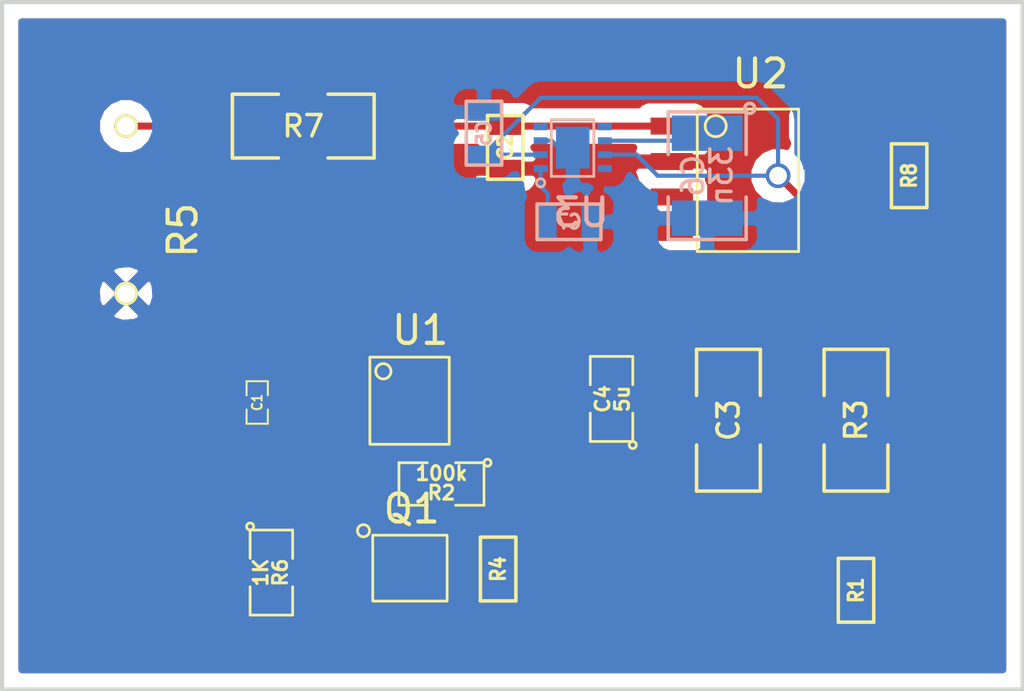
<source format=kicad_pcb>
(kicad_pcb (version 3) (host pcbnew "(2013-07-07 BZR 4022)-stable")

  (general
    (links 37)
    (no_connects 1)
    (area 155.880999 95.682999 211.911001 140.537001)
    (thickness 1.6)
    (drawings 4)
    (tracks 81)
    (zones 0)
    (modules 19)
    (nets 13)
  )

  (page A3)
  (layers
    (15 F.Cu signal)
    (0 B.Cu signal)
    (16 B.Adhes user)
    (17 F.Adhes user)
    (18 B.Paste user)
    (19 F.Paste user)
    (20 B.SilkS user)
    (21 F.SilkS user)
    (22 B.Mask user)
    (23 F.Mask user)
    (24 Dwgs.User user)
    (25 Cmts.User user)
    (26 Eco1.User user)
    (27 Eco2.User user)
    (28 Edge.Cuts user)
  )

  (setup
    (last_trace_width 0.15)
    (user_trace_width 0.15)
    (trace_clearance 0.254)
    (zone_clearance 0.508)
    (zone_45_only no)
    (trace_min 0.1)
    (segment_width 0.2)
    (edge_width 0.15)
    (via_size 0.889)
    (via_drill 0.635)
    (via_min_size 0.889)
    (via_min_drill 0.508)
    (uvia_size 0.508)
    (uvia_drill 0.127)
    (uvias_allowed no)
    (uvia_min_size 0.05)
    (uvia_min_drill 0.08)
    (pcb_text_width 0.3)
    (pcb_text_size 1 1)
    (mod_edge_width 0.1)
    (mod_text_size 1 1)
    (mod_text_width 0.15)
    (pad_size 0.5 0.25)
    (pad_drill 0)
    (pad_to_mask_clearance 0)
    (aux_axis_origin 0 0)
    (visible_elements 7FFFFFFF)
    (pcbplotparams
      (layerselection 3178497)
      (usegerberextensions true)
      (excludeedgelayer true)
      (linewidth 0.150000)
      (plotframeref false)
      (viasonmask false)
      (mode 1)
      (useauxorigin false)
      (hpglpennumber 1)
      (hpglpenspeed 20)
      (hpglpendiameter 15)
      (hpglpenoverlay 2)
      (psnegative false)
      (psa4output false)
      (plotreference true)
      (plotvalue true)
      (plotothertext true)
      (plotinvisibletext false)
      (padsonsilk false)
      (subtractmaskfromsilk false)
      (outputformat 1)
      (mirror false)
      (drillshape 1)
      (scaleselection 1)
      (outputdirectory ""))
  )

  (net 0 "")
  (net 1 GND)
  (net 2 LDO_1_Output)
  (net 3 LDO_2_Output)
  (net 4 N-0000010)
  (net 5 N-0000015)
  (net 6 N-0000019)
  (net 7 N-0000020)
  (net 8 N-0000023)
  (net 9 N-0000025)
  (net 10 N-000008)
  (net 11 OptoOutput)
  (net 12 V_input)

  (net_class Default "This is the default net class."
    (clearance 0.254)
    (trace_width 0.254)
    (via_dia 0.889)
    (via_drill 0.635)
    (uvia_dia 0.508)
    (uvia_drill 0.127)
    (add_net "")
    (add_net GND)
    (add_net LDO_1_Output)
    (add_net LDO_2_Output)
    (add_net N-0000010)
    (add_net N-0000015)
    (add_net N-0000019)
    (add_net N-0000020)
    (add_net N-0000023)
    (add_net N-0000025)
    (add_net N-000008)
    (add_net OptoOutput)
    (add_net V_input)
  )

  (module SM1210 (layer B.Cu) (tedit 42806E94) (tstamp 52E540C1)
    (at 181.229 102.235 270)
    (tags "CMS SM")
    (path /52E53BA6)
    (attr smd)
    (fp_text reference C6 (at 0 0.508 270) (layer B.SilkS)
      (effects (font (size 0.762 0.762) (thickness 0.127)) (justify mirror))
    )
    (fp_text value 33n (at 0 -0.508 270) (layer B.SilkS)
      (effects (font (size 0.762 0.762) (thickness 0.127)) (justify mirror))
    )
    (fp_circle (center -2.413 -1.524) (end -2.286 -1.397) (layer B.SilkS) (width 0.127))
    (fp_line (start -0.762 1.397) (end -2.286 1.397) (layer B.SilkS) (width 0.127))
    (fp_line (start -2.286 1.397) (end -2.286 -1.397) (layer B.SilkS) (width 0.127))
    (fp_line (start -2.286 -1.397) (end -0.762 -1.397) (layer B.SilkS) (width 0.127))
    (fp_line (start 0.762 -1.397) (end 2.286 -1.397) (layer B.SilkS) (width 0.127))
    (fp_line (start 2.286 -1.397) (end 2.286 1.397) (layer B.SilkS) (width 0.127))
    (fp_line (start 2.286 1.397) (end 0.762 1.397) (layer B.SilkS) (width 0.127))
    (pad 1 smd rect (at -1.524 0 270) (size 1.27 2.54)
      (layers B.Cu B.Paste B.Mask)
      (net 5 N-0000015)
    )
    (pad 2 smd rect (at 1.524 0 270) (size 1.27 2.54)
      (layers B.Cu B.Paste B.Mask)
      (net 1 GND)
    )
    (model smd/chip_cms.wrl
      (at (xyz 0 0 0))
      (scale (xyz 0.17 0.2 0.17))
      (rotate (xyz 0 0 0))
    )
  )

  (module SM1206 (layer F.Cu) (tedit 42806E24) (tstamp 52E540CD)
    (at 186.563 110.998 90)
    (path /52E3EAA9)
    (attr smd)
    (fp_text reference R3 (at 0 0 90) (layer F.SilkS)
      (effects (font (size 0.762 0.762) (thickness 0.127)))
    )
    (fp_text value 1K (at 0 0 90) (layer F.SilkS) hide
      (effects (font (size 0.762 0.762) (thickness 0.127)))
    )
    (fp_line (start -2.54 -1.143) (end -2.54 1.143) (layer F.SilkS) (width 0.127))
    (fp_line (start -2.54 1.143) (end -0.889 1.143) (layer F.SilkS) (width 0.127))
    (fp_line (start 0.889 -1.143) (end 2.54 -1.143) (layer F.SilkS) (width 0.127))
    (fp_line (start 2.54 -1.143) (end 2.54 1.143) (layer F.SilkS) (width 0.127))
    (fp_line (start 2.54 1.143) (end 0.889 1.143) (layer F.SilkS) (width 0.127))
    (fp_line (start -0.889 -1.143) (end -2.54 -1.143) (layer F.SilkS) (width 0.127))
    (pad 1 smd rect (at -1.651 0 90) (size 1.524 2.032)
      (layers F.Cu F.Paste F.Mask)
      (net 6 N-0000019)
    )
    (pad 2 smd rect (at 1.651 0 90) (size 1.524 2.032)
      (layers F.Cu F.Paste F.Mask)
      (net 1 GND)
    )
    (model smd/chip_cms.wrl
      (at (xyz 0 0 0))
      (scale (xyz 0.17 0.16 0.16))
      (rotate (xyz 0 0 0))
    )
  )

  (module SM1206 (layer F.Cu) (tedit 42806E24) (tstamp 52E540D9)
    (at 166.751 100.457)
    (path /52E4F254)
    (attr smd)
    (fp_text reference R7 (at 0 0) (layer F.SilkS)
      (effects (font (size 0.762 0.762) (thickness 0.127)))
    )
    (fp_text value 10k (at 0 0) (layer F.SilkS) hide
      (effects (font (size 0.762 0.762) (thickness 0.127)))
    )
    (fp_line (start -2.54 -1.143) (end -2.54 1.143) (layer F.SilkS) (width 0.127))
    (fp_line (start -2.54 1.143) (end -0.889 1.143) (layer F.SilkS) (width 0.127))
    (fp_line (start 0.889 -1.143) (end 2.54 -1.143) (layer F.SilkS) (width 0.127))
    (fp_line (start 2.54 -1.143) (end 2.54 1.143) (layer F.SilkS) (width 0.127))
    (fp_line (start 2.54 1.143) (end 0.889 1.143) (layer F.SilkS) (width 0.127))
    (fp_line (start -0.889 -1.143) (end -2.54 -1.143) (layer F.SilkS) (width 0.127))
    (pad 1 smd rect (at -1.651 0) (size 1.524 2.032)
      (layers F.Cu F.Paste F.Mask)
      (net 12 V_input)
    )
    (pad 2 smd rect (at 1.651 0) (size 1.524 2.032)
      (layers F.Cu F.Paste F.Mask)
      (net 7 N-0000020)
    )
    (model smd/chip_cms.wrl
      (at (xyz 0 0 0))
      (scale (xyz 0.17 0.16 0.16))
      (rotate (xyz 0 0 0))
    )
  )

  (module SM1206 (layer F.Cu) (tedit 42806E24) (tstamp 52E540E5)
    (at 181.991 110.998 90)
    (path /52E5029F)
    (attr smd)
    (fp_text reference C3 (at 0 0 90) (layer F.SilkS)
      (effects (font (size 0.762 0.762) (thickness 0.127)))
    )
    (fp_text value 5u (at 0 0 90) (layer F.SilkS) hide
      (effects (font (size 0.762 0.762) (thickness 0.127)))
    )
    (fp_line (start -2.54 -1.143) (end -2.54 1.143) (layer F.SilkS) (width 0.127))
    (fp_line (start -2.54 1.143) (end -0.889 1.143) (layer F.SilkS) (width 0.127))
    (fp_line (start 0.889 -1.143) (end 2.54 -1.143) (layer F.SilkS) (width 0.127))
    (fp_line (start 2.54 -1.143) (end 2.54 1.143) (layer F.SilkS) (width 0.127))
    (fp_line (start 2.54 1.143) (end 0.889 1.143) (layer F.SilkS) (width 0.127))
    (fp_line (start -0.889 -1.143) (end -2.54 -1.143) (layer F.SilkS) (width 0.127))
    (pad 1 smd rect (at -1.651 0 90) (size 1.524 2.032)
      (layers F.Cu F.Paste F.Mask)
      (net 2 LDO_1_Output)
    )
    (pad 2 smd rect (at 1.651 0 90) (size 1.524 2.032)
      (layers F.Cu F.Paste F.Mask)
      (net 8 N-0000023)
    )
    (model smd/chip_cms.wrl
      (at (xyz 0 0 0))
      (scale (xyz 0.17 0.16 0.16))
      (rotate (xyz 0 0 0))
    )
  )

  (module SM0805 (layer F.Cu) (tedit 5091495C) (tstamp 52E540F2)
    (at 177.8 110.236 90)
    (path /52E3EA8E)
    (attr smd)
    (fp_text reference C4 (at 0 -0.3175 90) (layer F.SilkS)
      (effects (font (size 0.50038 0.50038) (thickness 0.10922)))
    )
    (fp_text value 5u (at 0 0.381 90) (layer F.SilkS)
      (effects (font (size 0.50038 0.50038) (thickness 0.10922)))
    )
    (fp_circle (center -1.651 0.762) (end -1.651 0.635) (layer F.SilkS) (width 0.09906))
    (fp_line (start -0.508 0.762) (end -1.524 0.762) (layer F.SilkS) (width 0.09906))
    (fp_line (start -1.524 0.762) (end -1.524 -0.762) (layer F.SilkS) (width 0.09906))
    (fp_line (start -1.524 -0.762) (end -0.508 -0.762) (layer F.SilkS) (width 0.09906))
    (fp_line (start 0.508 -0.762) (end 1.524 -0.762) (layer F.SilkS) (width 0.09906))
    (fp_line (start 1.524 -0.762) (end 1.524 0.762) (layer F.SilkS) (width 0.09906))
    (fp_line (start 1.524 0.762) (end 0.508 0.762) (layer F.SilkS) (width 0.09906))
    (pad 1 smd rect (at -0.9525 0 90) (size 0.889 1.397)
      (layers F.Cu F.Paste F.Mask)
      (net 2 LDO_1_Output)
    )
    (pad 2 smd rect (at 0.9525 0 90) (size 0.889 1.397)
      (layers F.Cu F.Paste F.Mask)
      (net 8 N-0000023)
    )
    (model smd/chip_cms.wrl
      (at (xyz 0 0 0))
      (scale (xyz 0.1 0.1 0.1))
      (rotate (xyz 0 0 0))
    )
  )

  (module SM0805 (layer F.Cu) (tedit 5091495C) (tstamp 52E540FF)
    (at 171.704 113.284 180)
    (path /52E3EAA3)
    (attr smd)
    (fp_text reference R2 (at 0 -0.3175 180) (layer F.SilkS)
      (effects (font (size 0.50038 0.50038) (thickness 0.10922)))
    )
    (fp_text value 100k (at 0 0.381 180) (layer F.SilkS)
      (effects (font (size 0.50038 0.50038) (thickness 0.10922)))
    )
    (fp_circle (center -1.651 0.762) (end -1.651 0.635) (layer F.SilkS) (width 0.09906))
    (fp_line (start -0.508 0.762) (end -1.524 0.762) (layer F.SilkS) (width 0.09906))
    (fp_line (start -1.524 0.762) (end -1.524 -0.762) (layer F.SilkS) (width 0.09906))
    (fp_line (start -1.524 -0.762) (end -0.508 -0.762) (layer F.SilkS) (width 0.09906))
    (fp_line (start 0.508 -0.762) (end 1.524 -0.762) (layer F.SilkS) (width 0.09906))
    (fp_line (start 1.524 -0.762) (end 1.524 0.762) (layer F.SilkS) (width 0.09906))
    (fp_line (start 1.524 0.762) (end 0.508 0.762) (layer F.SilkS) (width 0.09906))
    (pad 1 smd rect (at -0.9525 0 180) (size 0.889 1.397)
      (layers F.Cu F.Paste F.Mask)
      (net 2 LDO_1_Output)
    )
    (pad 2 smd rect (at 0.9525 0 180) (size 0.889 1.397)
      (layers F.Cu F.Paste F.Mask)
      (net 9 N-0000025)
    )
    (model smd/chip_cms.wrl
      (at (xyz 0 0 0))
      (scale (xyz 0.1 0.1 0.1))
      (rotate (xyz 0 0 0))
    )
  )

  (module SM0805 (layer F.Cu) (tedit 5091495C) (tstamp 52E5410C)
    (at 165.608 116.459 270)
    (path /52E4FE89)
    (attr smd)
    (fp_text reference R6 (at 0 -0.3175 270) (layer F.SilkS)
      (effects (font (size 0.50038 0.50038) (thickness 0.10922)))
    )
    (fp_text value 1K (at 0 0.381 270) (layer F.SilkS)
      (effects (font (size 0.50038 0.50038) (thickness 0.10922)))
    )
    (fp_circle (center -1.651 0.762) (end -1.651 0.635) (layer F.SilkS) (width 0.09906))
    (fp_line (start -0.508 0.762) (end -1.524 0.762) (layer F.SilkS) (width 0.09906))
    (fp_line (start -1.524 0.762) (end -1.524 -0.762) (layer F.SilkS) (width 0.09906))
    (fp_line (start -1.524 -0.762) (end -0.508 -0.762) (layer F.SilkS) (width 0.09906))
    (fp_line (start 0.508 -0.762) (end 1.524 -0.762) (layer F.SilkS) (width 0.09906))
    (fp_line (start 1.524 -0.762) (end 1.524 0.762) (layer F.SilkS) (width 0.09906))
    (fp_line (start 1.524 0.762) (end 0.508 0.762) (layer F.SilkS) (width 0.09906))
    (pad 1 smd rect (at -0.9525 0 270) (size 0.889 1.397)
      (layers F.Cu F.Paste F.Mask)
      (net 4 N-0000010)
    )
    (pad 2 smd rect (at 0.9525 0 270) (size 0.889 1.397)
      (layers F.Cu F.Paste F.Mask)
      (net 1 GND)
    )
    (model smd/chip_cms.wrl
      (at (xyz 0 0 0))
      (scale (xyz 0.1 0.1 0.1))
      (rotate (xyz 0 0 0))
    )
  )

  (module SM0603 (layer F.Cu) (tedit 4E43A3D1) (tstamp 52E54116)
    (at 173.99 101.219 270)
    (path /52E3EA7B)
    (attr smd)
    (fp_text reference C2 (at 0 0 270) (layer F.SilkS)
      (effects (font (size 0.508 0.4572) (thickness 0.1143)))
    )
    (fp_text value 10u (at 0 0 270) (layer F.SilkS) hide
      (effects (font (size 0.508 0.4572) (thickness 0.1143)))
    )
    (fp_line (start -1.143 -0.635) (end 1.143 -0.635) (layer F.SilkS) (width 0.127))
    (fp_line (start 1.143 -0.635) (end 1.143 0.635) (layer F.SilkS) (width 0.127))
    (fp_line (start 1.143 0.635) (end -1.143 0.635) (layer F.SilkS) (width 0.127))
    (fp_line (start -1.143 0.635) (end -1.143 -0.635) (layer F.SilkS) (width 0.127))
    (pad 1 smd rect (at -0.762 0 270) (size 0.635 1.143)
      (layers F.Cu F.Paste F.Mask)
      (net 7 N-0000020)
    )
    (pad 2 smd rect (at 0.762 0 270) (size 0.635 1.143)
      (layers F.Cu F.Paste F.Mask)
      (net 1 GND)
    )
    (model smd\resistors\R0603.wrl
      (at (xyz 0 0 0.001))
      (scale (xyz 0.5 0.5 0.5))
      (rotate (xyz 0 0 0))
    )
  )

  (module SM0603 (layer F.Cu) (tedit 4E43A3D1) (tstamp 52E54120)
    (at 186.563 117.094 90)
    (path /52E3EA96)
    (attr smd)
    (fp_text reference R1 (at 0 0 90) (layer F.SilkS)
      (effects (font (size 0.508 0.4572) (thickness 0.1143)))
    )
    (fp_text value 10K (at 0 0 90) (layer F.SilkS) hide
      (effects (font (size 0.508 0.4572) (thickness 0.1143)))
    )
    (fp_line (start -1.143 -0.635) (end 1.143 -0.635) (layer F.SilkS) (width 0.127))
    (fp_line (start 1.143 -0.635) (end 1.143 0.635) (layer F.SilkS) (width 0.127))
    (fp_line (start 1.143 0.635) (end -1.143 0.635) (layer F.SilkS) (width 0.127))
    (fp_line (start -1.143 0.635) (end -1.143 -0.635) (layer F.SilkS) (width 0.127))
    (pad 1 smd rect (at -0.762 0 90) (size 0.635 1.143)
      (layers F.Cu F.Paste F.Mask)
      (net 2 LDO_1_Output)
    )
    (pad 2 smd rect (at 0.762 0 90) (size 0.635 1.143)
      (layers F.Cu F.Paste F.Mask)
      (net 6 N-0000019)
    )
    (model smd\resistors\R0603.wrl
      (at (xyz 0 0 0.001))
      (scale (xyz 0.5 0.5 0.5))
      (rotate (xyz 0 0 0))
    )
  )

  (module SM0603 (layer B.Cu) (tedit 4E43A3D1) (tstamp 52E5412A)
    (at 176.276 103.886)
    (path /52E53BA0)
    (attr smd)
    (fp_text reference C7 (at 0 0) (layer B.SilkS)
      (effects (font (size 0.508 0.4572) (thickness 0.1143)) (justify mirror))
    )
    (fp_text value 2.2u (at 0 0) (layer B.SilkS) hide
      (effects (font (size 0.508 0.4572) (thickness 0.1143)) (justify mirror))
    )
    (fp_line (start -1.143 0.635) (end 1.143 0.635) (layer B.SilkS) (width 0.127))
    (fp_line (start 1.143 0.635) (end 1.143 -0.635) (layer B.SilkS) (width 0.127))
    (fp_line (start 1.143 -0.635) (end -1.143 -0.635) (layer B.SilkS) (width 0.127))
    (fp_line (start -1.143 -0.635) (end -1.143 0.635) (layer B.SilkS) (width 0.127))
    (pad 1 smd rect (at -0.762 0) (size 0.635 1.143)
      (layers B.Cu B.Paste B.Mask)
      (net 3 LDO_2_Output)
    )
    (pad 2 smd rect (at 0.762 0) (size 0.635 1.143)
      (layers B.Cu B.Paste B.Mask)
      (net 1 GND)
    )
    (model smd\resistors\R0603.wrl
      (at (xyz 0 0 0.001))
      (scale (xyz 0.5 0.5 0.5))
      (rotate (xyz 0 0 0))
    )
  )

  (module SM0603 (layer B.Cu) (tedit 4E43A3D1) (tstamp 52E54134)
    (at 173.228 100.711 90)
    (path /52E53B93)
    (attr smd)
    (fp_text reference C5 (at 0 0 90) (layer B.SilkS)
      (effects (font (size 0.508 0.4572) (thickness 0.1143)) (justify mirror))
    )
    (fp_text value 2.2u (at 0 0 90) (layer B.SilkS) hide
      (effects (font (size 0.508 0.4572) (thickness 0.1143)) (justify mirror))
    )
    (fp_line (start -1.143 0.635) (end 1.143 0.635) (layer B.SilkS) (width 0.127))
    (fp_line (start 1.143 0.635) (end 1.143 -0.635) (layer B.SilkS) (width 0.127))
    (fp_line (start 1.143 -0.635) (end -1.143 -0.635) (layer B.SilkS) (width 0.127))
    (fp_line (start -1.143 -0.635) (end -1.143 0.635) (layer B.SilkS) (width 0.127))
    (pad 1 smd rect (at -0.762 0 90) (size 0.635 1.143)
      (layers B.Cu B.Paste B.Mask)
      (net 11 OptoOutput)
    )
    (pad 2 smd rect (at 0.762 0 90) (size 0.635 1.143)
      (layers B.Cu B.Paste B.Mask)
      (net 1 GND)
    )
    (model smd\resistors\R0603.wrl
      (at (xyz 0 0 0.001))
      (scale (xyz 0.5 0.5 0.5))
      (rotate (xyz 0 0 0))
    )
  )

  (module SM0603 (layer F.Cu) (tedit 4E43A3D1) (tstamp 52E5413E)
    (at 188.468 102.235 270)
    (path /52E4F379)
    (attr smd)
    (fp_text reference R8 (at 0 0 270) (layer F.SilkS)
      (effects (font (size 0.508 0.4572) (thickness 0.1143)))
    )
    (fp_text value 1K (at 0 0 270) (layer F.SilkS) hide
      (effects (font (size 0.508 0.4572) (thickness 0.1143)))
    )
    (fp_line (start -1.143 -0.635) (end 1.143 -0.635) (layer F.SilkS) (width 0.127))
    (fp_line (start 1.143 -0.635) (end 1.143 0.635) (layer F.SilkS) (width 0.127))
    (fp_line (start 1.143 0.635) (end -1.143 0.635) (layer F.SilkS) (width 0.127))
    (fp_line (start -1.143 0.635) (end -1.143 -0.635) (layer F.SilkS) (width 0.127))
    (pad 1 smd rect (at -0.762 0 270) (size 0.635 1.143)
      (layers F.Cu F.Paste F.Mask)
    )
    (pad 2 smd rect (at 0.762 0 270) (size 0.635 1.143)
      (layers F.Cu F.Paste F.Mask)
      (net 11 OptoOutput)
    )
    (model smd\resistors\R0603.wrl
      (at (xyz 0 0 0.001))
      (scale (xyz 0.5 0.5 0.5))
      (rotate (xyz 0 0 0))
    )
  )

  (module SM0603 (layer F.Cu) (tedit 4E43A3D1) (tstamp 52E54148)
    (at 173.736 116.332 270)
    (path /52E4FBBF)
    (attr smd)
    (fp_text reference R4 (at 0 0 270) (layer F.SilkS)
      (effects (font (size 0.508 0.4572) (thickness 0.1143)))
    )
    (fp_text value 1K (at 0 0 270) (layer F.SilkS) hide
      (effects (font (size 0.508 0.4572) (thickness 0.1143)))
    )
    (fp_line (start -1.143 -0.635) (end 1.143 -0.635) (layer F.SilkS) (width 0.127))
    (fp_line (start 1.143 -0.635) (end 1.143 0.635) (layer F.SilkS) (width 0.127))
    (fp_line (start 1.143 0.635) (end -1.143 0.635) (layer F.SilkS) (width 0.127))
    (fp_line (start -1.143 0.635) (end -1.143 -0.635) (layer F.SilkS) (width 0.127))
    (pad 1 smd rect (at -0.762 0 270) (size 0.635 1.143)
      (layers F.Cu F.Paste F.Mask)
      (net 2 LDO_1_Output)
    )
    (pad 2 smd rect (at 0.762 0 270) (size 0.635 1.143)
      (layers F.Cu F.Paste F.Mask)
      (net 10 N-000008)
    )
    (model smd\resistors\R0603.wrl
      (at (xyz 0 0 0.001))
      (scale (xyz 0.5 0.5 0.5))
      (rotate (xyz 0 0 0))
    )
  )

  (module SM0402 (layer F.Cu) (tedit 50A4E0BA) (tstamp 52E54154)
    (at 165.1 110.363 270)
    (path /52E3EA6C)
    (attr smd)
    (fp_text reference C1 (at 0 0 270) (layer F.SilkS)
      (effects (font (size 0.35052 0.3048) (thickness 0.07112)))
    )
    (fp_text value 1u (at 0.09906 0 270) (layer F.SilkS) hide
      (effects (font (size 0.35052 0.3048) (thickness 0.07112)))
    )
    (fp_line (start -0.254 -0.381) (end -0.762 -0.381) (layer F.SilkS) (width 0.07112))
    (fp_line (start -0.762 -0.381) (end -0.762 0.381) (layer F.SilkS) (width 0.07112))
    (fp_line (start -0.762 0.381) (end -0.254 0.381) (layer F.SilkS) (width 0.07112))
    (fp_line (start 0.254 -0.381) (end 0.762 -0.381) (layer F.SilkS) (width 0.07112))
    (fp_line (start 0.762 -0.381) (end 0.762 0.381) (layer F.SilkS) (width 0.07112))
    (fp_line (start 0.762 0.381) (end 0.254 0.381) (layer F.SilkS) (width 0.07112))
    (pad 1 smd rect (at -0.44958 0 270) (size 0.39878 0.59944)
      (layers F.Cu F.Paste F.Mask)
      (net 12 V_input)
    )
    (pad 2 smd rect (at 0.44958 0 270) (size 0.39878 0.59944)
      (layers F.Cu F.Paste F.Mask)
      (net 1 GND)
    )
    (model smd\chip_cms.wrl
      (at (xyz 0 0 0.002))
      (scale (xyz 0.05 0.05 0.05))
      (rotate (xyz 0 0 0))
    )
  )

  (module RT9186AGF (layer F.Cu) (tedit 52E5477F) (tstamp 52E54165)
    (at 168.529 111.252)
    (path /52E4EE0A)
    (fp_text reference U1 (at 2.413 -3.4798) (layer F.SilkS)
      (effects (font (size 1 1) (thickness 0.15)))
    )
    (fp_text value RT9186AGF_-_LDO (at 2.4892 2.0574) (layer F.SilkS) hide
      (effects (font (size 1 1) (thickness 0.15)))
    )
    (fp_circle (center 1.0922 -2.0066) (end 1.1938 -1.7526) (layer F.SilkS) (width 0.1))
    (fp_line (start 0.6096 0.6096) (end 3.4544 0.6096) (layer F.SilkS) (width 0.1))
    (fp_line (start 0.6096 -2.5146) (end 3.4544 -2.5146) (layer F.SilkS) (width 0.1))
    (fp_line (start 3.4544 -2.508) (end 3.4544 0.592) (layer F.SilkS) (width 0.1))
    (fp_line (start 0.6096 -2.508) (end 0.6096 0.592) (layer F.SilkS) (width 0.1))
    (pad 5 smd rect (at 4.05 0) (size 0.95 0.38)
      (layers F.Cu F.Paste F.Mask)
      (net 1 GND)
      (solder_mask_margin 0.1)
      (clearance 0.1)
    )
    (pad 6 smd rect (at 4.05 -0.62206) (size 0.95 0.38)
      (layers F.Cu F.Paste F.Mask)
      (net 6 N-0000019)
      (solder_mask_margin 0.1)
      (clearance 0.1)
    )
    (pad 8 smd rect (at 4.05 -1.92206) (size 0.95 0.38)
      (layers F.Cu F.Paste F.Mask)
      (net 8 N-0000023)
      (solder_mask_margin 0.1)
      (clearance 0.1)
    )
    (pad 7 smd rect (at 4.05 -1.27206) (size 0.95 0.38)
      (layers F.Cu F.Paste F.Mask)
      (net 8 N-0000023)
      (solder_mask_margin 0.1)
      (clearance 0.1)
    )
    (pad 2 smd rect (at 0 -1.3) (size 0.95 0.38)
      (layers F.Cu F.Paste F.Mask)
      (net 12 V_input)
      (solder_mask_margin 0.1)
      (clearance 0.1)
    )
    (pad 1 smd rect (at 0 -1.95) (size 0.95 0.38)
      (layers F.Cu F.Paste F.Mask)
      (net 12 V_input)
      (solder_mask_margin 0.1)
      (clearance 0.1)
    )
    (pad 3 smd rect (at 0 -0.65) (size 0.95 0.38)
      (layers F.Cu F.Paste F.Mask)
      (net 9 N-0000025)
      (solder_mask_margin 0.1)
      (clearance 0.1)
    )
    (pad 4 smd rect (at 0 0) (size 0.95 0.38)
      (layers F.Cu F.Paste F.Mask)
      (solder_mask_margin 0.1)
      (clearance 0.1)
    )
  )

  (module BSS84AKS (layer F.Cu) (tedit 52E5476B) (tstamp 52E54197)
    (at 169.672 115.57)
    (path /52E4EC82)
    (fp_text reference Q1 (at 0.9652 -1.397) (layer F.SilkS)
      (effects (font (size 1 1) (thickness 0.15)))
    )
    (fp_text value BSS84AKS_P_MOSFET (at 0.6858 3.048) (layer F.SilkS) hide
      (effects (font (size 1 1) (thickness 0.15)))
    )
    (fp_circle (center -0.762 -0.6096) (end -0.5588 -0.5334) (layer F.SilkS) (width 0.1))
    (fp_line (start -0.4318 -0.4318) (end -0.4318 1.905) (layer F.SilkS) (width 0.1))
    (fp_line (start 2.2352 -0.4318) (end 2.2352 1.905) (layer F.SilkS) (width 0.1))
    (fp_line (start -0.425 1.9118) (end 2.225 1.9118) (layer F.SilkS) (width 0.1))
    (fp_line (start -0.425 -0.4504) (end 2.225 -0.4504) (layer F.SilkS) (width 0.1))
    (pad 5 smd rect (at 1.8 0.75) (size 0.6 0.4)
      (layers F.Cu F.Paste F.Mask)
      (solder_mask_margin 0.1)
      (clearance 0.1)
    )
    (pad 4 smd rect (at 1.8 1.5) (size 0.6 0.6)
      (layers F.Cu F.Paste F.Mask)
      (solder_mask_margin 0.1)
      (clearance 0.1)
    )
    (pad 6 smd rect (at 1.8 0) (size 0.6 0.6)
      (layers F.Cu F.Paste F.Mask)
      (net 2 LDO_1_Output)
      (solder_mask_margin 0.1)
      (clearance 0.1)
    )
    (pad 3 smd rect (at 0 1.5) (size 0.6 0.6)
      (layers F.Cu F.Paste F.Mask)
      (solder_mask_margin 0.1)
      (clearance 0.1)
    )
    (pad 1 smd rect (at 0 0) (size 0.6 0.6)
      (layers F.Cu F.Paste F.Mask)
      (net 4 N-0000010)
      (solder_mask_margin 0.1)
      (clearance 0.1)
    )
    (pad 2 smd rect (at 0 0.75) (size 0.6 0.4)
      (layers F.Cu F.Paste F.Mask)
      (net 10 N-000008)
      (solder_mask_margin 0.1)
      (clearance 0.1)
    )
  )

  (module VDRH05B011xyE-TH (layer F.Cu) (tedit 52E54745) (tstamp 52E542C9)
    (at 160.401 100.457 270)
    (path /52E4ECA0)
    (fp_text reference R5 (at 3.7338 -2.032 270) (layer F.SilkS)
      (effects (font (size 1 1) (thickness 0.15)))
    )
    (fp_text value VDRH05B011xyE (at 3.683 1.7526 270) (layer F.SilkS) hide
      (effects (font (size 1 1) (thickness 0.15)))
    )
    (pad 2 thru_hole circle (at 6 0 270) (size 0.85 0.85) (drill 0.65)
      (layers *.Cu *.Mask F.SilkS)
      (net 1 GND)
    )
    (pad 1 thru_hole circle (at 0 0 270) (size 0.85 0.85) (drill 0.65)
      (layers *.Cu *.Mask F.SilkS)
      (net 12 V_input)
    )
  )

  (module MOC205M (layer F.Cu) (tedit 52E5478B) (tstamp 52E543B4)
    (at 179.959 100.457)
    (path /52E4EF0A)
    (fp_text reference U2 (at 3.175 -1.8796) (layer F.SilkS)
      (effects (font (size 1 1) (thickness 0.15)))
    )
    (fp_text value MOC205M (at 3.5052 5.8674) (layer F.SilkS) hide
      (effects (font (size 1 1) (thickness 0.15)))
    )
    (fp_circle (center 1.5748 0) (end 1.9304 0.127) (layer F.SilkS) (width 0.1))
    (fp_line (start 0.9144 -0.6096) (end 0.9144 4.4958) (layer F.SilkS) (width 0.1))
    (fp_line (start 4.5466 -0.6096) (end 0.9144 -0.6096) (layer F.SilkS) (width 0.1))
    (fp_line (start 4.5466 -0.6096) (end 4.5466 4.4958) (layer F.SilkS) (width 0.1))
    (fp_line (start 4.5466 4.4958) (end 0.9144 4.4958) (layer F.SilkS) (width 0.1))
    (pad 8 smd rect (at 5.47 0) (size 1.52 0.61)
      (layers F.Cu F.Paste F.Mask)
      (solder_mask_margin 0.1)
      (clearance 0.1)
    )
    (pad 7 smd rect (at 5.47 1.2446) (size 1.52 0.61)
      (layers F.Cu F.Paste F.Mask)
      (solder_mask_margin 0.1)
      (clearance 0.1)
    )
    (pad 6 smd rect (at 5.47 2.5146) (size 1.52 0.61)
      (layers F.Cu F.Paste F.Mask)
      (net 11 OptoOutput)
      (solder_mask_margin 0.1)
      (clearance 0.1)
    )
    (pad 5 smd rect (at 5.47 3.7846) (size 1.52 0.61)
      (layers F.Cu F.Paste F.Mask)
      (net 1 GND)
      (solder_mask_margin 0.1)
      (clearance 0.1)
    )
    (pad 4 smd rect (at 0 3.81) (size 1.52 0.61)
      (layers F.Cu F.Paste F.Mask)
      (solder_mask_margin 0.1)
      (clearance 0.1)
    )
    (pad 3 smd rect (at 0 2.54) (size 1.52 0.61)
      (layers F.Cu F.Paste F.Mask)
      (solder_mask_margin 0.1)
      (clearance 0.1)
    )
    (pad 2 smd rect (at 0 1.27) (size 1.52 0.61)
      (layers F.Cu F.Paste F.Mask)
      (net 1 GND)
      (solder_mask_margin 0.1)
      (clearance 0.1)
    )
    (pad 1 smd rect (at 0 0) (size 1.52 0.61)
      (layers F.Cu F.Paste F.Mask)
      (net 7 N-0000020)
      (solder_mask_margin 0.1)
      (clearance 0.1)
    )
  )

  (module LP3982 (layer B.Cu) (tedit 52E54797) (tstamp 52E54631)
    (at 175.26 101.981)
    (path /52E54618)
    (fp_text reference U3 (at 1.4478 1.5748) (layer B.SilkS)
      (effects (font (size 1 1) (thickness 0.15)) (justify mirror))
    )
    (fp_text value LP3982 (at 1.5494 -3.302) (layer B.SilkS) hide
      (effects (font (size 1 1) (thickness 0.15)) (justify mirror))
    )
    (fp_circle (center 0 0.508) (end -0.0762 0.635) (layer B.SilkS) (width 0.1))
    (fp_line (start 0.381 0.2794) (end 1.905 0.2794) (layer B.SilkS) (width 0.1))
    (fp_line (start 1.905 0.2794) (end 1.905 -1.7526) (layer B.SilkS) (width 0.1))
    (fp_line (start 1.905 -1.7526) (end 0.381 -1.7526) (layer B.SilkS) (width 0.1))
    (fp_line (start 0.381 -1.7526) (end 0.381 0.2794) (layer B.SilkS) (width 0.1))
    (pad 8 smd rect (at 2.3 0) (size 0.5 0.25)
      (layers B.Cu B.Paste B.Mask)
      (solder_mask_margin 0.08)
      (clearance 0.08)
    )
    (pad 7 smd rect (at 2.3 -0.5) (size 0.5 0.25)
      (layers B.Cu B.Paste B.Mask)
      (net 11 OptoOutput)
      (solder_mask_margin 0.08)
      (clearance 0.08)
    )
    (pad 6 smd rect (at 2.3 -1) (size 0.5 0.25)
      (layers B.Cu B.Paste B.Mask)
      (net 5 N-0000015)
      (solder_mask_margin 0.08)
      (clearance 0.08)
    )
    (pad 5 smd rect (at 2.3 -1.5) (size 0.5 0.25)
      (layers B.Cu B.Paste B.Mask)
      (solder_mask_margin 0.08)
      (clearance 0.08)
    )
    (pad 4 smd rect (at 0 -1.5) (size 0.5 0.25)
      (layers B.Cu B.Paste B.Mask)
      (solder_mask_margin 0.08)
      (clearance 0.08)
    )
    (pad 3 smd rect (at 0 -1) (size 0.5 0.25)
      (layers B.Cu B.Paste B.Mask)
      (net 1 GND)
      (solder_mask_margin 0.08)
      (clearance 0.08)
    )
    (pad 2 smd rect (at 0 -0.5) (size 0.5 0.25)
      (layers B.Cu B.Paste B.Mask)
      (net 11 OptoOutput)
      (solder_mask_margin 0.08)
      (clearance 0.08)
    )
    (pad 1 smd rect (at 0 0) (size 0.5 0.25)
      (layers B.Cu B.Paste B.Mask)
      (net 3 LDO_2_Output)
      (solder_mask_margin 0.08)
      (clearance 0.08)
    )
    (pad 9 smd rect (at 1.15 -0.75) (size 1.2 1.5)
      (layers B.Cu B.Paste B.Mask)
      (net 1 GND)
      (solder_mask_margin 0.1)
      (clearance 0.1)
    )
  )

  (gr_line (start 192.532 96.012) (end 192.532 120.65) (angle 90) (layer Edge.Cuts) (width 0.15))
  (gr_line (start 155.956 96.012) (end 192.532 96.012) (angle 90) (layer Edge.Cuts) (width 0.15))
  (gr_line (start 155.956 120.65) (end 155.956 96.012) (angle 90) (layer Edge.Cuts) (width 0.15))
  (gr_line (start 155.956 120.65) (end 192.532 120.65) (angle 90) (layer Edge.Cuts) (width 0.15))

  (segment (start 185.429 104.2416) (end 183.7436 104.2416) (width 0.15) (layer F.Cu) (net 1))
  (segment (start 181.229 101.727) (end 179.959 101.727) (width 0.15) (layer F.Cu) (net 1) (tstamp 52E54CC2))
  (segment (start 183.7436 104.2416) (end 181.229 101.727) (width 0.15) (layer F.Cu) (net 1) (tstamp 52E54CBD))
  (segment (start 186.563 109.347) (end 186.563 105.3756) (width 0.15) (layer F.Cu) (net 1))
  (segment (start 186.563 105.3756) (end 185.429 104.2416) (width 0.15) (layer F.Cu) (net 1) (tstamp 52E54CB8))
  (segment (start 172.579 111.252) (end 171.831 111.252) (width 0.15) (layer F.Cu) (net 1))
  (segment (start 171.196 104.775) (end 173.99 101.981) (width 0.15) (layer F.Cu) (net 1) (tstamp 52E54CB4))
  (segment (start 171.196 110.617) (end 171.196 104.775) (width 0.15) (layer F.Cu) (net 1) (tstamp 52E54CB2))
  (segment (start 171.831 111.252) (end 171.196 110.617) (width 0.15) (layer F.Cu) (net 1) (tstamp 52E54CAE))
  (segment (start 176.41 101.231) (end 175.907 101.231) (width 0.15) (layer B.Cu) (net 1))
  (segment (start 175.657 100.981) (end 175.26 100.981) (width 0.15) (layer B.Cu) (net 1) (tstamp 52E54C37))
  (segment (start 175.907 101.231) (end 175.657 100.981) (width 0.15) (layer B.Cu) (net 1) (tstamp 52E54C33))
  (segment (start 171.472 115.57) (end 173.736 115.57) (width 0.15) (layer F.Cu) (net 2))
  (segment (start 173.736 114.554) (end 173.736 113.919) (width 0.254) (layer F.Cu) (net 2))
  (segment (start 173.101 113.284) (end 172.6565 113.284) (width 0.254) (layer F.Cu) (net 2) (tstamp 52E549FF))
  (segment (start 173.736 113.919) (end 173.101 113.284) (width 0.254) (layer F.Cu) (net 2) (tstamp 52E549FE))
  (segment (start 181.991 112.649) (end 179.2605 112.649) (width 0.254) (layer F.Cu) (net 2))
  (segment (start 179.2605 112.649) (end 177.8 111.1885) (width 0.254) (layer F.Cu) (net 2) (tstamp 52E549E9))
  (segment (start 175.768 112.522) (end 177.038 111.252) (width 0.254) (layer F.Cu) (net 2))
  (segment (start 177.038 111.252) (end 177.7365 111.252) (width 0.254) (layer F.Cu) (net 2) (tstamp 52E549D4))
  (segment (start 177.7365 111.252) (end 177.8 111.1885) (width 0.254) (layer F.Cu) (net 2) (tstamp 52E549E6))
  (segment (start 173.736 115.57) (end 173.736 114.554) (width 0.254) (layer F.Cu) (net 2))
  (segment (start 175.768 112.522) (end 173.736 114.554) (width 0.254) (layer F.Cu) (net 2) (tstamp 52E54911))
  (segment (start 186.563 117.856) (end 184.023 117.856) (width 0.254) (layer F.Cu) (net 2))
  (segment (start 181.991 115.824) (end 181.991 112.649) (width 0.254) (layer F.Cu) (net 2) (tstamp 52E5494C))
  (segment (start 184.023 117.856) (end 181.991 115.824) (width 0.254) (layer F.Cu) (net 2) (tstamp 52E54948))
  (segment (start 181.864 112.522) (end 181.991 112.649) (width 0.254) (layer F.Cu) (net 2) (tstamp 52E5490E))
  (segment (start 175.26 101.981) (end 175.26 102.616) (width 0.15) (layer B.Cu) (net 3))
  (segment (start 175.514 102.87) (end 175.514 103.886) (width 0.15) (layer B.Cu) (net 3) (tstamp 52E54B8F))
  (segment (start 175.26 102.616) (end 175.514 102.87) (width 0.15) (layer B.Cu) (net 3) (tstamp 52E54B8D))
  (segment (start 165.608 115.5065) (end 169.6085 115.5065) (width 0.254) (layer F.Cu) (net 4))
  (segment (start 169.6085 115.5065) (end 169.672 115.57) (width 0.254) (layer F.Cu) (net 4) (tstamp 52E54A0A))
  (segment (start 177.56 100.981) (end 180.959 100.981) (width 0.15) (layer B.Cu) (net 5))
  (segment (start 180.959 100.981) (end 181.229 100.711) (width 0.15) (layer B.Cu) (net 5) (tstamp 52E54B92))
  (segment (start 186.563 114.808) (end 185.42 114.808) (width 0.254) (layer F.Cu) (net 6))
  (segment (start 173.97706 110.62994) (end 172.579 110.62994) (width 0.254) (layer F.Cu) (net 6) (tstamp 52E54932))
  (segment (start 174.371 110.236) (end 173.97706 110.62994) (width 0.254) (layer F.Cu) (net 6) (tstamp 52E54930))
  (segment (start 179.324 110.236) (end 174.371 110.236) (width 0.254) (layer F.Cu) (net 6) (tstamp 52E5492B))
  (segment (start 180.213 111.125) (end 179.324 110.236) (width 0.254) (layer F.Cu) (net 6) (tstamp 52E54928))
  (segment (start 183.642 111.125) (end 180.213 111.125) (width 0.254) (layer F.Cu) (net 6) (tstamp 52E54926))
  (segment (start 184.404 111.887) (end 183.642 111.125) (width 0.254) (layer F.Cu) (net 6) (tstamp 52E5491F))
  (segment (start 184.404 113.792) (end 184.404 111.887) (width 0.254) (layer F.Cu) (net 6) (tstamp 52E5491D))
  (segment (start 185.42 114.808) (end 184.404 113.792) (width 0.254) (layer F.Cu) (net 6) (tstamp 52E5491B))
  (segment (start 186.563 112.649) (end 186.563 114.808) (width 0.254) (layer F.Cu) (net 6))
  (segment (start 186.563 114.808) (end 186.563 116.332) (width 0.254) (layer F.Cu) (net 6) (tstamp 52E54919))
  (segment (start 173.99 100.457) (end 179.959 100.457) (width 0.254) (layer F.Cu) (net 7))
  (segment (start 168.402 100.457) (end 173.99 100.457) (width 0.254) (layer F.Cu) (net 7))
  (segment (start 172.579 109.97994) (end 172.579 109.32994) (width 0.254) (layer F.Cu) (net 8))
  (segment (start 177.8 109.2835) (end 172.62544 109.2835) (width 0.254) (layer F.Cu) (net 8))
  (segment (start 172.62544 109.2835) (end 172.579 109.32994) (width 0.254) (layer F.Cu) (net 8) (tstamp 52E5493B))
  (segment (start 181.991 109.347) (end 177.8635 109.347) (width 0.254) (layer F.Cu) (net 8))
  (segment (start 177.8635 109.347) (end 177.8 109.2835) (width 0.254) (layer F.Cu) (net 8) (tstamp 52E54938))
  (segment (start 170.7515 113.284) (end 170.7515 111.4425) (width 0.254) (layer F.Cu) (net 9))
  (segment (start 169.911 110.602) (end 168.529 110.602) (width 0.254) (layer F.Cu) (net 9) (tstamp 52E54A03))
  (segment (start 170.7515 111.4425) (end 169.911 110.602) (width 0.254) (layer F.Cu) (net 9) (tstamp 52E54A02))
  (segment (start 169.672 116.32) (end 170.295 116.32) (width 0.254) (layer F.Cu) (net 10))
  (segment (start 172.72 118.11) (end 173.736 117.094) (width 0.254) (layer F.Cu) (net 10) (tstamp 52E54A17))
  (segment (start 171.196 118.11) (end 172.72 118.11) (width 0.254) (layer F.Cu) (net 10) (tstamp 52E54A16))
  (segment (start 170.561 117.475) (end 171.196 118.11) (width 0.254) (layer F.Cu) (net 10) (tstamp 52E54A15))
  (segment (start 170.561 116.586) (end 170.561 117.475) (width 0.254) (layer F.Cu) (net 10) (tstamp 52E54A13))
  (segment (start 170.295 116.32) (end 170.561 116.586) (width 0.254) (layer F.Cu) (net 10) (tstamp 52E54A12))
  (segment (start 183.769 102.235) (end 183.769 100.203) (width 0.15) (layer B.Cu) (net 11))
  (segment (start 175.26 99.441) (end 173.228 101.473) (width 0.15) (layer B.Cu) (net 11) (tstamp 52E54BB5))
  (segment (start 183.007 99.441) (end 175.26 99.441) (width 0.15) (layer B.Cu) (net 11) (tstamp 52E54BB2))
  (segment (start 183.769 100.203) (end 183.007 99.441) (width 0.15) (layer B.Cu) (net 11) (tstamp 52E54BAF))
  (segment (start 175.26 101.481) (end 173.236 101.481) (width 0.15) (layer B.Cu) (net 11))
  (segment (start 173.236 101.481) (end 173.228 101.473) (width 0.15) (layer B.Cu) (net 11) (tstamp 52E54B4D))
  (segment (start 177.56 101.481) (end 178.697 101.481) (width 0.15) (layer B.Cu) (net 11))
  (segment (start 184.5056 102.9716) (end 183.769 102.235) (width 0.254) (layer F.Cu) (net 11) (tstamp 52E54A5A))
  (via (at 183.769 102.235) (size 0.889) (layers F.Cu B.Cu) (net 11))
  (segment (start 184.5056 102.9716) (end 185.429 102.9716) (width 0.254) (layer F.Cu) (net 11))
  (segment (start 179.451 102.235) (end 183.769 102.235) (width 0.15) (layer B.Cu) (net 11) (tstamp 52E54B44))
  (segment (start 178.697 101.481) (end 179.451 102.235) (width 0.15) (layer B.Cu) (net 11) (tstamp 52E54B40))
  (segment (start 185.429 102.9716) (end 188.4426 102.9716) (width 0.254) (layer F.Cu) (net 11))
  (segment (start 188.4426 102.9716) (end 188.468 102.997) (width 0.254) (layer F.Cu) (net 11) (tstamp 52E548F0))
  (segment (start 168.529 109.302) (end 167.177 109.302) (width 0.254) (layer F.Cu) (net 12))
  (segment (start 166.56558 109.91342) (end 165.1 109.91342) (width 0.254) (layer F.Cu) (net 12) (tstamp 52E54A29))
  (segment (start 167.177 109.302) (end 166.56558 109.91342) (width 0.254) (layer F.Cu) (net 12) (tstamp 52E54A24))
  (segment (start 168.529 109.302) (end 168.529 109.952) (width 0.254) (layer F.Cu) (net 12))
  (segment (start 165.1 100.457) (end 165.1 109.91342) (width 0.254) (layer F.Cu) (net 12))
  (segment (start 160.401 100.457) (end 165.1 100.457) (width 0.254) (layer F.Cu) (net 12))

  (zone (net 1) (net_name GND) (layer B.Cu) (tstamp 52E54BC2) (hatch edge 0.508)
    (connect_pads (clearance 0.508))
    (min_thickness 0.254)
    (fill (arc_segments 16) (thermal_gap 0.508) (thermal_bridge_width 0.508))
    (polygon
      (pts
        (xy 192.151 120.142) (xy 156.464 120.142) (xy 156.464 96.52) (xy 192.151 96.52)
      )
    )
    (filled_polygon
      (pts
        (xy 177.035294 102.6795) (xy 176.910998 102.6795) (xy 176.910998 102.838248) (xy 176.75225 102.6795) (xy 176.594745 102.67939)
        (xy 176.361271 102.775859) (xy 176.276007 102.860973) (xy 176.208815 102.793664) (xy 176.169954 102.598295) (xy 176.158739 102.58151)
        (xy 176.283 102.45725) (xy 176.283 101.358) (xy 176.263 101.358) (xy 176.263 101.104) (xy 176.283 101.104)
        (xy 176.283 101.084) (xy 176.537 101.084) (xy 176.537 101.104) (xy 176.557 101.104) (xy 176.557 101.358)
        (xy 176.537 101.358) (xy 176.537 102.45725) (xy 176.69575 102.616) (xy 176.921924 102.616056) (xy 176.949832 102.644013)
        (xy 177.035294 102.6795)
      )
    )
    (filled_polygon
      (pts
        (xy 191.822 119.94) (xy 184.848687 119.94) (xy 184.848687 102.021216) (xy 184.684689 101.624311) (xy 184.479 101.418262)
        (xy 184.479 100.203) (xy 184.478999 100.202999) (xy 184.479 100.202999) (xy 184.468249 100.148953) (xy 184.424954 99.931295)
        (xy 184.424953 99.931294) (xy 184.271046 99.700954) (xy 184.271042 99.700951) (xy 183.509046 98.938954) (xy 183.278705 98.785046)
        (xy 183.007 98.731) (xy 175.26 98.731) (xy 175.259999 98.731) (xy 175.205953 98.74175) (xy 174.988295 98.785046)
        (xy 174.757954 98.938954) (xy 174.757951 98.938957) (xy 174.363431 99.333477) (xy 174.338141 99.272271) (xy 174.159668 99.093487)
        (xy 173.926364 98.996611) (xy 173.673745 98.99639) (xy 173.51375 98.9965) (xy 173.355 99.15525) (xy 173.355 99.822)
        (xy 173.375 99.822) (xy 173.375 100.076) (xy 173.355 100.076) (xy 173.355 100.096) (xy 173.101 100.096)
        (xy 173.101 100.076) (xy 173.101 99.822) (xy 173.101 99.15525) (xy 172.94225 98.9965) (xy 172.782255 98.99639)
        (xy 172.529636 98.996611) (xy 172.296332 99.093487) (xy 172.117859 99.272271) (xy 172.02139 99.505745) (xy 172.0215 99.66325)
        (xy 172.18025 99.822) (xy 173.101 99.822) (xy 173.101 100.076) (xy 172.18025 100.076) (xy 172.0215 100.23475)
        (xy 172.02139 100.392255) (xy 172.117859 100.625729) (xy 172.202973 100.710992) (xy 172.118487 100.795332) (xy 172.021611 101.028636)
        (xy 172.02139 101.281255) (xy 172.02139 101.916255) (xy 172.117859 102.149729) (xy 172.296332 102.328513) (xy 172.529636 102.425389)
        (xy 172.782255 102.42561) (xy 173.925255 102.42561) (xy 174.158729 102.329141) (xy 174.29711 102.191) (xy 174.37489 102.191)
        (xy 174.37489 102.231755) (xy 174.471359 102.465229) (xy 174.55 102.544007) (xy 174.55 102.616) (xy 174.604046 102.887705)
        (xy 174.654684 102.96349) (xy 174.561611 103.187636) (xy 174.56139 103.440255) (xy 174.56139 104.583255) (xy 174.657859 104.816729)
        (xy 174.836332 104.995513) (xy 175.069636 105.092389) (xy 175.322255 105.09261) (xy 175.957255 105.09261) (xy 176.190729 104.996141)
        (xy 176.276 104.911018) (xy 176.361271 104.996141) (xy 176.594745 105.09261) (xy 176.75225 105.0925) (xy 176.911 104.93375)
        (xy 176.911 104.013) (xy 176.891 104.013) (xy 176.891 103.759) (xy 176.911 103.759) (xy 176.911 103.739)
        (xy 177.165 103.739) (xy 177.165 103.759) (xy 177.83175 103.759) (xy 177.9905 103.60025) (xy 177.99061 103.440255)
        (xy 177.990389 103.187636) (xy 177.893513 102.954332) (xy 177.714729 102.775859) (xy 177.630629 102.74111) (xy 177.935755 102.74111)
        (xy 178.169229 102.644641) (xy 178.348013 102.466168) (xy 178.444854 102.232946) (xy 178.948954 102.737046) (xy 179.179295 102.890954)
        (xy 179.353873 102.92568) (xy 179.32389 102.998245) (xy 179.324 103.47325) (xy 179.48275 103.632) (xy 181.102 103.632)
        (xy 181.102 103.612) (xy 181.356 103.612) (xy 181.356 103.632) (xy 182.97525 103.632) (xy 183.134 103.47325)
        (xy 183.13408 103.126948) (xy 183.156714 103.149622) (xy 183.553332 103.314313) (xy 183.982784 103.314687) (xy 184.379689 103.150689)
        (xy 184.683622 102.847286) (xy 184.848313 102.450668) (xy 184.848687 102.021216) (xy 184.848687 119.94) (xy 183.13411 119.94)
        (xy 183.13411 104.519755) (xy 183.134 104.04475) (xy 182.97525 103.886) (xy 181.356 103.886) (xy 181.356 104.87025)
        (xy 181.51475 105.029) (xy 182.373245 105.02911) (xy 182.625864 105.028889) (xy 182.859168 104.932013) (xy 183.037641 104.753229)
        (xy 183.13411 104.519755) (xy 183.13411 119.94) (xy 181.102 119.94) (xy 181.102 104.87025) (xy 181.102 103.886)
        (xy 179.48275 103.886) (xy 179.324 104.04475) (xy 179.32389 104.519755) (xy 179.420359 104.753229) (xy 179.598832 104.932013)
        (xy 179.832136 105.028889) (xy 180.084755 105.02911) (xy 180.94325 105.029) (xy 181.102 104.87025) (xy 181.102 119.94)
        (xy 177.99061 119.94) (xy 177.99061 104.331745) (xy 177.9905 104.17175) (xy 177.83175 104.013) (xy 177.165 104.013)
        (xy 177.165 104.93375) (xy 177.32375 105.0925) (xy 177.481255 105.09261) (xy 177.714729 104.996141) (xy 177.893513 104.817668)
        (xy 177.990389 104.584364) (xy 177.99061 104.331745) (xy 177.99061 119.94) (xy 161.474271 119.94) (xy 161.474271 106.584061)
        (xy 161.461183 106.417702) (xy 161.461183 100.247078) (xy 161.300148 99.857343) (xy 161.002225 99.5589) (xy 160.612772 99.397185)
        (xy 160.191078 99.396817) (xy 159.801343 99.557852) (xy 159.5029 99.855775) (xy 159.341185 100.245228) (xy 159.340817 100.666922)
        (xy 159.501852 101.056657) (xy 159.799775 101.3551) (xy 160.189228 101.516815) (xy 160.610922 101.517183) (xy 161.000657 101.356148)
        (xy 161.2991 101.058225) (xy 161.460815 100.668772) (xy 161.461183 100.247078) (xy 161.461183 106.417702) (xy 161.441197 106.163666)
        (xy 161.343949 105.928888) (xy 161.136552 105.901054) (xy 160.956946 106.080659) (xy 160.956946 105.721448) (xy 160.929112 105.514051)
        (xy 160.528061 105.383729) (xy 160.107666 105.416803) (xy 159.872888 105.514051) (xy 159.845054 105.721448) (xy 160.401 106.277395)
        (xy 160.956946 105.721448) (xy 160.956946 106.080659) (xy 160.580605 106.457) (xy 161.136552 107.012946) (xy 161.343949 106.985112)
        (xy 161.474271 106.584061) (xy 161.474271 119.94) (xy 160.956946 119.94) (xy 160.956946 107.192552) (xy 160.401 106.636605)
        (xy 160.221395 106.81621) (xy 160.221395 106.457) (xy 159.665448 105.901054) (xy 159.458051 105.928888) (xy 159.327729 106.329939)
        (xy 159.360803 106.750334) (xy 159.458051 106.985112) (xy 159.665448 107.012946) (xy 160.221395 106.457) (xy 160.221395 106.81621)
        (xy 159.845054 107.192552) (xy 159.872888 107.399949) (xy 160.273939 107.530271) (xy 160.694334 107.497197) (xy 160.929112 107.399949)
        (xy 160.956946 107.192552) (xy 160.956946 119.94) (xy 156.666 119.94) (xy 156.666 96.722) (xy 191.822 96.722)
        (xy 191.822 119.94)
      )
    )
  )
  (zone (net 1) (net_name GND) (layer F.Cu) (tstamp 52E54BF5) (hatch edge 0.508)
    (connect_pads (clearance 0.508))
    (min_thickness 0.254)
    (fill (arc_segments 16) (thermal_gap 0.508) (thermal_bridge_width 0.508))
    (polygon
      (pts
        (xy 192.151 120.142) (xy 156.464 120.142) (xy 156.464 96.52) (xy 192.151 96.52)
      )
    )
    (filled_polygon
      (pts
        (xy 191.822 119.94) (xy 189.67461 119.94) (xy 189.67461 103.188745) (xy 189.67461 102.553745) (xy 189.578141 102.320271)
        (xy 189.493026 102.235007) (xy 189.577513 102.150668) (xy 189.674389 101.917364) (xy 189.67461 101.664745) (xy 189.67461 101.029745)
        (xy 189.578141 100.796271) (xy 189.399668 100.617487) (xy 189.166364 100.520611) (xy 188.913745 100.52039) (xy 187.770745 100.52039)
        (xy 187.537271 100.616859) (xy 187.358487 100.795332) (xy 187.261611 101.028636) (xy 187.26139 101.281255) (xy 187.26139 101.916255)
        (xy 187.357859 102.149729) (xy 187.417625 102.2096) (xy 186.792274 102.2096) (xy 186.823889 102.133464) (xy 186.82411 101.880845)
        (xy 186.82411 101.270845) (xy 186.744889 101.079116) (xy 186.823889 100.888864) (xy 186.82411 100.636245) (xy 186.82411 100.026245)
        (xy 186.727641 99.792771) (xy 186.549168 99.613987) (xy 186.315864 99.517111) (xy 186.063245 99.51689) (xy 184.543245 99.51689)
        (xy 184.309771 99.613359) (xy 184.130987 99.791832) (xy 184.034111 100.025136) (xy 184.03389 100.277755) (xy 184.03389 100.887755)
        (xy 184.11311 101.079483) (xy 184.067232 101.18997) (xy 183.984668 101.155687) (xy 183.555216 101.155313) (xy 183.158311 101.319311)
        (xy 182.854378 101.622714) (xy 182.689687 102.019332) (xy 182.689313 102.448784) (xy 182.853311 102.845689) (xy 183.156714 103.149622)
        (xy 183.553332 103.314313) (xy 183.770871 103.314502) (xy 183.966784 103.510415) (xy 183.966785 103.510415) (xy 184.116782 103.61064)
        (xy 184.034111 103.809736) (xy 184.03389 104.062355) (xy 184.034 103.95585) (xy 184.19275 104.1146) (xy 185.302 104.1146)
        (xy 185.302 104.0946) (xy 185.556 104.0946) (xy 185.556 104.1146) (xy 186.66525 104.1146) (xy 186.824 103.95585)
        (xy 186.82411 104.062355) (xy 186.823889 103.809736) (xy 186.792274 103.7336) (xy 187.417625 103.7336) (xy 187.536332 103.852513)
        (xy 187.769636 103.949389) (xy 188.022255 103.94961) (xy 189.165255 103.94961) (xy 189.398729 103.853141) (xy 189.577513 103.674668)
        (xy 189.674389 103.441364) (xy 189.67461 103.188745) (xy 189.67461 119.94) (xy 188.21411 119.94) (xy 188.21411 113.285245)
        (xy 188.21411 111.761245) (xy 188.21411 110.234755) (xy 188.21411 108.459245) (xy 188.117641 108.225771) (xy 187.939168 108.046987)
        (xy 187.705864 107.950111) (xy 187.453245 107.94989) (xy 186.84875 107.95) (xy 186.82411 107.97464) (xy 186.82411 104.420845)
        (xy 186.824 104.52735) (xy 186.66525 104.3686) (xy 185.556 104.3686) (xy 185.556 105.02285) (xy 185.71475 105.1816)
        (xy 186.314755 105.18171) (xy 186.548229 105.085241) (xy 186.727013 104.906768) (xy 186.823889 104.673464) (xy 186.82411 104.420845)
        (xy 186.82411 107.97464) (xy 186.69 108.10875) (xy 186.69 109.22) (xy 188.05525 109.22) (xy 188.214 109.06125)
        (xy 188.21411 108.459245) (xy 188.21411 110.234755) (xy 188.214 109.63275) (xy 188.05525 109.474) (xy 186.69 109.474)
        (xy 186.69 110.58525) (xy 186.84875 110.744) (xy 187.453245 110.74411) (xy 187.705864 110.743889) (xy 187.939168 110.647013)
        (xy 188.117641 110.468229) (xy 188.21411 110.234755) (xy 188.21411 111.761245) (xy 188.117641 111.527771) (xy 187.939168 111.348987)
        (xy 187.705864 111.252111) (xy 187.453245 111.25189) (xy 186.436 111.25189) (xy 186.436 110.58525) (xy 186.436 109.474)
        (xy 186.436 109.22) (xy 186.436 108.10875) (xy 186.27725 107.95) (xy 185.672755 107.94989) (xy 185.420136 107.950111)
        (xy 185.302 107.999165) (xy 185.302 105.02285) (xy 185.302 104.3686) (xy 184.19275 104.3686) (xy 184.034 104.52735)
        (xy 184.03389 104.420845) (xy 184.034111 104.673464) (xy 184.130987 104.906768) (xy 184.309771 105.085241) (xy 184.543245 105.18171)
        (xy 185.14325 105.1816) (xy 185.302 105.02285) (xy 185.302 107.999165) (xy 185.186832 108.046987) (xy 185.008359 108.225771)
        (xy 184.91189 108.459245) (xy 184.912 109.06125) (xy 185.07075 109.22) (xy 186.436 109.22) (xy 186.436 109.474)
        (xy 185.07075 109.474) (xy 184.912 109.63275) (xy 184.91189 110.234755) (xy 185.008359 110.468229) (xy 185.186832 110.647013)
        (xy 185.420136 110.743889) (xy 185.672755 110.74411) (xy 186.27725 110.744) (xy 186.436 110.58525) (xy 186.436 111.25189)
        (xy 185.421245 111.25189) (xy 185.187771 111.348359) (xy 185.040898 111.494976) (xy 184.942815 111.348185) (xy 184.942815 111.348184)
        (xy 184.180815 110.586185) (xy 183.933605 110.421004) (xy 183.642 110.363) (xy 183.589097 110.363) (xy 183.641889 110.235864)
        (xy 183.64211 109.983245) (xy 183.64211 108.459245) (xy 183.545641 108.225771) (xy 183.367168 108.046987) (xy 183.133864 107.950111)
        (xy 182.881245 107.94989) (xy 181.35411 107.94989) (xy 181.35411 104.446245) (xy 181.35411 103.836245) (xy 181.269629 103.631784)
        (xy 181.353889 103.428864) (xy 181.35411 103.176245) (xy 181.35411 102.566245) (xy 181.269629 102.361784) (xy 181.353889 102.158864)
        (xy 181.35411 101.906245) (xy 181.35411 101.547755) (xy 181.353889 101.295136) (xy 181.269539 101.092) (xy 181.353889 100.888864)
        (xy 181.35411 100.636245) (xy 181.35411 100.026245) (xy 181.257641 99.792771) (xy 181.079168 99.613987) (xy 180.845864 99.517111)
        (xy 180.593245 99.51689) (xy 179.073245 99.51689) (xy 178.839771 99.613359) (xy 178.757987 99.695) (xy 175.015018 99.695)
        (xy 174.921668 99.601487) (xy 174.688364 99.504611) (xy 174.435745 99.50439) (xy 173.292745 99.50439) (xy 173.059271 99.600859)
        (xy 172.964965 99.695) (xy 169.79911 99.695) (xy 169.79911 99.315245) (xy 169.702641 99.081771) (xy 169.524168 98.902987)
        (xy 169.290864 98.806111) (xy 169.038245 98.80589) (xy 167.514245 98.80589) (xy 167.280771 98.902359) (xy 167.101987 99.080832)
        (xy 167.005111 99.314136) (xy 167.00489 99.566755) (xy 167.00489 101.598755) (xy 167.101359 101.832229) (xy 167.279832 102.011013)
        (xy 167.513136 102.107889) (xy 167.765755 102.10811) (xy 169.289755 102.10811) (xy 169.523229 102.011641) (xy 169.702013 101.833168)
        (xy 169.798889 101.599864) (xy 169.79911 101.347245) (xy 169.79911 101.219) (xy 172.964981 101.219) (xy 172.879859 101.304271)
        (xy 172.78339 101.537745) (xy 172.7835 101.69525) (xy 172.94225 101.854) (xy 173.863 101.854) (xy 173.863 101.834)
        (xy 174.117 101.834) (xy 174.117 101.854) (xy 175.03775 101.854) (xy 175.1965 101.69525) (xy 175.19661 101.537745)
        (xy 175.100141 101.304271) (xy 175.015026 101.219007) (xy 175.015034 101.219) (xy 178.595725 101.219) (xy 178.564111 101.295136)
        (xy 178.56389 101.547755) (xy 178.564 101.44125) (xy 178.72275 101.6) (xy 179.832 101.6) (xy 179.832 101.58)
        (xy 180.086 101.58) (xy 180.086 101.6) (xy 181.19525 101.6) (xy 181.354 101.44125) (xy 181.35411 101.547755)
        (xy 181.35411 101.906245) (xy 181.354 102.01275) (xy 181.19525 101.854) (xy 180.086 101.854) (xy 180.086 101.874)
        (xy 179.832 101.874) (xy 179.832 101.854) (xy 178.72275 101.854) (xy 178.564 102.01275) (xy 178.56389 101.906245)
        (xy 178.564111 102.158864) (xy 178.64846 102.362) (xy 178.564111 102.565136) (xy 178.56389 102.817755) (xy 178.56389 103.427755)
        (xy 178.64837 103.632215) (xy 178.564111 103.835136) (xy 178.56389 104.087755) (xy 178.56389 104.697755) (xy 178.660359 104.931229)
        (xy 178.838832 105.110013) (xy 179.072136 105.206889) (xy 179.324755 105.20711) (xy 180.844755 105.20711) (xy 181.078229 105.110641)
        (xy 181.257013 104.932168) (xy 181.353889 104.698864) (xy 181.35411 104.446245) (xy 181.35411 107.94989) (xy 180.849245 107.94989)
        (xy 180.615771 108.046359) (xy 180.436987 108.224832) (xy 180.340111 108.458136) (xy 180.34 108.585) (xy 179.08062 108.585)
        (xy 179.037141 108.479771) (xy 178.858668 108.300987) (xy 178.625364 108.204111) (xy 178.372745 108.20389) (xy 176.975745 108.20389)
        (xy 176.742271 108.300359) (xy 176.563487 108.478832) (xy 176.545769 108.5215) (xy 175.19661 108.5215) (xy 175.19661 102.424255)
        (xy 175.1965 102.26675) (xy 175.03775 102.108) (xy 174.117 102.108) (xy 174.117 102.77475) (xy 174.27575 102.9335)
        (xy 174.435745 102.93361) (xy 174.688364 102.933389) (xy 174.921668 102.836513) (xy 175.100141 102.657729) (xy 175.19661 102.424255)
        (xy 175.19661 108.5215) (xy 173.863 108.5215) (xy 173.863 102.77475) (xy 173.863 102.108) (xy 172.94225 102.108)
        (xy 172.7835 102.26675) (xy 172.78339 102.424255) (xy 172.879859 102.657729) (xy 173.058332 102.836513) (xy 173.291636 102.933389)
        (xy 173.544255 102.93361) (xy 173.70425 102.9335) (xy 173.863 102.77475) (xy 173.863 108.5215) (xy 173.220477 108.5215)
        (xy 173.180864 108.505051) (xy 172.928245 108.50483) (xy 171.978245 108.50483) (xy 171.744771 108.601299) (xy 171.565987 108.779772)
        (xy 171.469111 109.013076) (xy 171.46889 109.265695) (xy 171.46889 109.645695) (xy 171.472599 109.654673) (xy 171.469111 109.663076)
        (xy 171.46889 109.915695) (xy 171.46889 110.295695) (xy 171.472599 110.304673) (xy 171.469111 110.313076) (xy 171.46889 110.565695)
        (xy 171.46889 110.945695) (xy 171.469101 110.946206) (xy 171.469055 110.998305) (xy 171.505817 111.035067) (xy 171.542975 111.124998)
        (xy 171.469 111.124998) (xy 171.469 111.218784) (xy 171.455496 111.150895) (xy 171.290315 110.903685) (xy 171.290315 110.903684)
        (xy 170.449815 110.063185) (xy 170.202605 109.898004) (xy 169.911 109.84) (xy 169.63911 109.84) (xy 169.63911 109.636245)
        (xy 169.6354 109.627266) (xy 169.638889 109.618864) (xy 169.63911 109.366245) (xy 169.63911 108.986245) (xy 169.542641 108.752771)
        (xy 169.364168 108.573987) (xy 169.130864 108.477111) (xy 168.878245 108.47689) (xy 167.928245 108.47689) (xy 167.775506 108.54)
        (xy 167.177 108.54) (xy 166.885395 108.598004) (xy 166.638184 108.763185) (xy 166.249949 109.15142) (xy 165.862 109.15142)
        (xy 165.862 102.10811) (xy 165.987755 102.10811) (xy 166.221229 102.011641) (xy 166.400013 101.833168) (xy 166.496889 101.599864)
        (xy 166.49711 101.347245) (xy 166.49711 99.315245) (xy 166.400641 99.081771) (xy 166.222168 98.902987) (xy 165.988864 98.806111)
        (xy 165.736245 98.80589) (xy 164.212245 98.80589) (xy 163.978771 98.902359) (xy 163.799987 99.080832) (xy 163.703111 99.314136)
        (xy 163.70289 99.566755) (xy 163.70289 99.695) (xy 161.138087 99.695) (xy 161.002225 99.5589) (xy 160.612772 99.397185)
        (xy 160.191078 99.396817) (xy 159.801343 99.557852) (xy 159.5029 99.855775) (xy 159.341185 100.245228) (xy 159.340817 100.666922)
        (xy 159.501852 101.056657) (xy 159.799775 101.3551) (xy 160.189228 101.516815) (xy 160.610922 101.517183) (xy 161.000657 101.356148)
        (xy 161.138044 101.219) (xy 163.70289 101.219) (xy 163.70289 101.598755) (xy 163.799359 101.832229) (xy 163.977832 102.011013)
        (xy 164.211136 102.107889) (xy 164.338 102.107999) (xy 164.338 109.27826) (xy 164.262267 109.353862) (xy 164.165391 109.587166)
        (xy 164.16517 109.839785) (xy 164.16517 110.238565) (xy 164.216585 110.363) (xy 164.16517 110.487435) (xy 164.16528 110.554135)
        (xy 164.32403 110.712885) (xy 164.589574 110.712885) (xy 164.673416 110.747699) (xy 164.926035 110.74792) (xy 165.525475 110.74792)
        (xy 165.610266 110.712885) (xy 165.87597 110.712885) (xy 165.913435 110.67542) (xy 166.56558 110.67542) (xy 166.56558 110.675419)
        (xy 166.857184 110.617416) (xy 166.857185 110.617416) (xy 167.104395 110.452235) (xy 167.41889 110.13774) (xy 167.41889 110.267755)
        (xy 167.422599 110.276733) (xy 167.419111 110.285136) (xy 167.41889 110.537755) (xy 167.41889 110.917755) (xy 167.422599 110.926733)
        (xy 167.419111 110.935136) (xy 167.41889 111.187755) (xy 167.41889 111.567755) (xy 167.515359 111.801229) (xy 167.693832 111.980013)
        (xy 167.927136 112.076889) (xy 168.179755 112.07711) (xy 169.129755 112.07711) (xy 169.363229 111.980641) (xy 169.542013 111.802168)
        (xy 169.638889 111.568864) (xy 169.63903 111.40766) (xy 169.9895 111.75813) (xy 169.9895 112.029617) (xy 169.947771 112.046859)
        (xy 169.768987 112.225332) (xy 169.672111 112.458636) (xy 169.67189 112.711255) (xy 169.67189 114.108255) (xy 169.768359 114.341729)
        (xy 169.946832 114.520513) (xy 170.180136 114.617389) (xy 170.432755 114.61761) (xy 171.321755 114.61761) (xy 171.555229 114.521141)
        (xy 171.704102 114.372526) (xy 171.851832 114.520513) (xy 172.085136 114.617389) (xy 172.337755 114.61761) (xy 172.974 114.61761)
        (xy 172.974 114.644141) (xy 172.805271 114.713859) (xy 172.658875 114.86) (xy 172.259958 114.86) (xy 172.132168 114.731987)
        (xy 171.898864 114.635111) (xy 171.646245 114.63489) (xy 171.046245 114.63489) (xy 170.812771 114.731359) (xy 170.633987 114.909832)
        (xy 170.571967 115.059192) (xy 170.510641 114.910771) (xy 170.332168 114.731987) (xy 170.098864 114.635111) (xy 169.846245 114.63489)
        (xy 169.246245 114.63489) (xy 169.012771 114.731359) (xy 168.999607 114.7445) (xy 166.862382 114.7445) (xy 166.845141 114.702771)
        (xy 166.666668 114.523987) (xy 166.433364 114.427111) (xy 166.180745 114.42689) (xy 166.03483 114.42689) (xy 166.03483 111.137725)
        (xy 166.03472 111.071025) (xy 165.87597 110.912275) (xy 165.227 110.912275) (xy 165.227 111.48822) (xy 165.38575 111.64697)
        (xy 165.273965 111.64708) (xy 165.526584 111.646859) (xy 165.759888 111.549983) (xy 165.938361 111.371199) (xy 166.03483 111.137725)
        (xy 166.03483 114.42689) (xy 164.973 114.42689) (xy 164.973 111.48822) (xy 164.973 110.912275) (xy 164.32403 110.912275)
        (xy 164.16528 111.071025) (xy 164.16517 111.137725) (xy 164.261639 111.371199) (xy 164.440112 111.549983) (xy 164.673416 111.646859)
        (xy 164.926035 111.64708) (xy 164.81425 111.64697) (xy 164.973 111.48822) (xy 164.973 114.42689) (xy 164.783745 114.42689)
        (xy 164.550271 114.523359) (xy 164.371487 114.701832) (xy 164.274611 114.935136) (xy 164.27439 115.187755) (xy 164.27439 116.076755)
        (xy 164.370859 116.310229) (xy 164.519371 116.459) (xy 164.370859 116.607771) (xy 164.27439 116.841245) (xy 164.2745 117.12575)
        (xy 164.43325 117.2845) (xy 165.481 117.2845) (xy 165.481 117.2645) (xy 165.735 117.2645) (xy 165.735 117.2845)
        (xy 166.78275 117.2845) (xy 166.9415 117.12575) (xy 166.94161 116.841245) (xy 166.845141 116.607771) (xy 166.696526 116.458897)
        (xy 166.844513 116.311168) (xy 166.86223 116.2685) (xy 168.73689 116.2685) (xy 168.73689 116.645755) (xy 168.737108 116.646283)
        (xy 168.73689 116.895755) (xy 168.73689 117.495755) (xy 168.833359 117.729229) (xy 169.011832 117.908013) (xy 169.245136 118.004889)
        (xy 169.497755 118.00511) (xy 170.016368 118.00511) (xy 170.022185 118.013815) (xy 170.657184 118.648815) (xy 170.657185 118.648815)
        (xy 170.904395 118.813996) (xy 171.196 118.872) (xy 172.72 118.872) (xy 172.72 118.871999) (xy 173.011604 118.813996)
        (xy 173.011605 118.813996) (xy 173.258815 118.648815) (xy 173.86102 118.04661) (xy 174.433255 118.04661) (xy 174.666729 117.950141)
        (xy 174.845513 117.771668) (xy 174.942389 117.538364) (xy 174.94261 117.285745) (xy 174.94261 116.650745) (xy 174.846141 116.417271)
        (xy 174.761026 116.332007) (xy 174.845513 116.247668) (xy 174.942389 116.014364) (xy 174.94261 115.761745) (xy 174.94261 115.126745)
        (xy 174.846141 114.893271) (xy 174.667668 114.714487) (xy 174.657404 114.710225) (xy 176.306815 113.060816) (xy 176.306815 113.060815)
        (xy 176.306817 113.060812) (xy 177.099632 112.267998) (xy 177.227255 112.26811) (xy 177.801979 112.26811) (xy 178.721684 113.187815)
        (xy 178.721685 113.187815) (xy 178.968895 113.352996) (xy 179.260499 113.410999) (xy 179.2605 113.411) (xy 180.33989 113.411)
        (xy 180.33989 113.536755) (xy 180.436359 113.770229) (xy 180.614832 113.949013) (xy 180.848136 114.045889) (xy 181.100755 114.04611)
        (xy 181.229 114.04611) (xy 181.229 115.824) (xy 181.287004 116.115605) (xy 181.452185 116.362815) (xy 183.484184 118.394815)
        (xy 183.484185 118.394815) (xy 183.731395 118.559996) (xy 184.022999 118.617999) (xy 184.023 118.618) (xy 185.537981 118.618)
        (xy 185.631332 118.711513) (xy 185.864636 118.808389) (xy 186.117255 118.80861) (xy 187.260255 118.80861) (xy 187.493729 118.712141)
        (xy 187.672513 118.533668) (xy 187.769389 118.300364) (xy 187.76961 118.047745) (xy 187.76961 117.412745) (xy 187.673141 117.179271)
        (xy 187.588026 117.094007) (xy 187.672513 117.009668) (xy 187.769389 116.776364) (xy 187.76961 116.523745) (xy 187.76961 115.888745)
        (xy 187.673141 115.655271) (xy 187.494668 115.476487) (xy 187.325 115.406034) (xy 187.325 114.808) (xy 187.325 114.04611)
        (xy 187.704755 114.04611) (xy 187.938229 113.949641) (xy 188.117013 113.771168) (xy 188.213889 113.537864) (xy 188.21411 113.285245)
        (xy 188.21411 119.94) (xy 166.94161 119.94) (xy 166.94161 117.981755) (xy 166.9415 117.69725) (xy 166.78275 117.5385)
        (xy 165.735 117.5385) (xy 165.735 118.33225) (xy 165.89375 118.491) (xy 166.180745 118.49111) (xy 166.433364 118.490889)
        (xy 166.666668 118.394013) (xy 166.845141 118.215229) (xy 166.94161 117.981755) (xy 166.94161 119.94) (xy 165.481 119.94)
        (xy 165.481 118.33225) (xy 165.481 117.5385) (xy 164.43325 117.5385) (xy 164.2745 117.69725) (xy 164.27439 117.981755)
        (xy 164.370859 118.215229) (xy 164.549332 118.394013) (xy 164.782636 118.490889) (xy 165.035255 118.49111) (xy 165.32225 118.491)
        (xy 165.481 118.33225) (xy 165.481 119.94) (xy 161.474271 119.94) (xy 161.474271 106.584061) (xy 161.441197 106.163666)
        (xy 161.343949 105.928888) (xy 161.136552 105.901054) (xy 160.956946 106.080659) (xy 160.956946 105.721448) (xy 160.929112 105.514051)
        (xy 160.528061 105.383729) (xy 160.107666 105.416803) (xy 159.872888 105.514051) (xy 159.845054 105.721448) (xy 160.401 106.277395)
        (xy 160.956946 105.721448) (xy 160.956946 106.080659) (xy 160.580605 106.457) (xy 161.136552 107.012946) (xy 161.343949 106.985112)
        (xy 161.474271 106.584061) (xy 161.474271 119.94) (xy 160.956946 119.94) (xy 160.956946 107.192552) (xy 160.401 106.636605)
        (xy 160.221395 106.81621) (xy 160.221395 106.457) (xy 159.665448 105.901054) (xy 159.458051 105.928888) (xy 159.327729 106.329939)
        (xy 159.360803 106.750334) (xy 159.458051 106.985112) (xy 159.665448 107.012946) (xy 160.221395 106.457) (xy 160.221395 106.81621)
        (xy 159.845054 107.192552) (xy 159.872888 107.399949) (xy 160.273939 107.530271) (xy 160.694334 107.497197) (xy 160.929112 107.399949)
        (xy 160.956946 107.192552) (xy 160.956946 119.94) (xy 156.666 119.94) (xy 156.666 96.722) (xy 191.822 96.722)
        (xy 191.822 119.94)
      )
    )
  )
)

</source>
